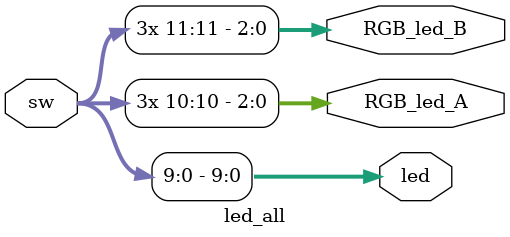
<source format=v>
`timescale 1ns / 1ps


module led_all(
    input [11:0] sw,
    output [9:0] led,
    output [2:0] RGB_led_A,
    output [2:0] RGB_led_B
    );
    assign led[0] = sw[0];
    assign led[1] = sw[1];
    assign led[2] = sw[2];
    assign led[3] = sw[3];
    assign led[4] = sw[4];
    assign led[5] = sw[5];
    assign led[6] = sw[6];
    assign led[7] = sw[7];
    assign led[8] = sw[8];
    assign led[9] = sw[9];
    assign RGB_led_A[0] = sw[10];
    assign RGB_led_A[1] = sw[10];
    assign RGB_led_A[2] = sw[10];
    assign RGB_led_B[0] = sw[11];
    assign RGB_led_B[1] = sw[11];
    assign RGB_led_B[2] = sw[11];
    
endmodule

</source>
